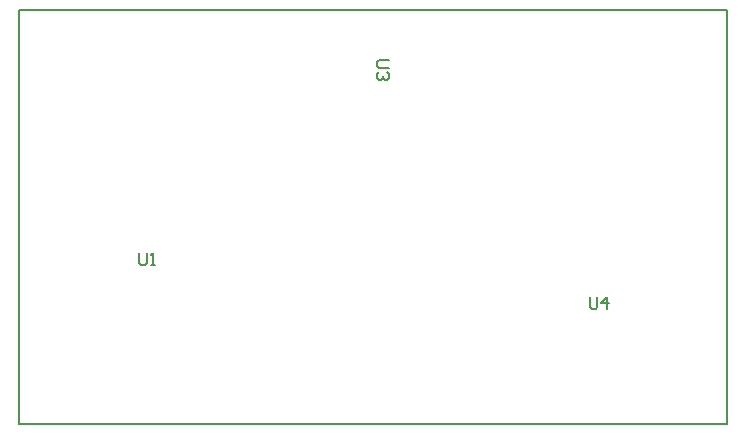
<source format=gbp>
G04 Layer_Color=128*
%FSLAX25Y25*%
%MOIN*%
G70*
G01*
G75*
%ADD25C,0.00500*%
%ADD26C,0.00591*%
D25*
X0Y137795D02*
X236221D01*
Y0D02*
Y137795D01*
X0Y0D02*
X236221D01*
X0D02*
Y137795D01*
D26*
X190366Y42306D02*
Y39026D01*
X191022Y38370D01*
X192334D01*
X192990Y39026D01*
Y42306D01*
X196270Y38370D02*
Y42306D01*
X194302Y40338D01*
X196926D01*
X40126Y56920D02*
Y53640D01*
X40782Y52984D01*
X42094D01*
X42750Y53640D01*
Y56920D01*
X44062Y52984D02*
X45374D01*
X44718D01*
Y56920D01*
X44062Y56264D01*
X123436Y121315D02*
X120156D01*
X119500Y120659D01*
Y119347D01*
X120156Y118691D01*
X123436D01*
X122780Y117379D02*
X123436Y116723D01*
Y115411D01*
X122780Y114755D01*
X122124D01*
X121468Y115411D01*
Y116067D01*
Y115411D01*
X120812Y114755D01*
X120156D01*
X119500Y115411D01*
Y116723D01*
X120156Y117379D01*
M02*

</source>
